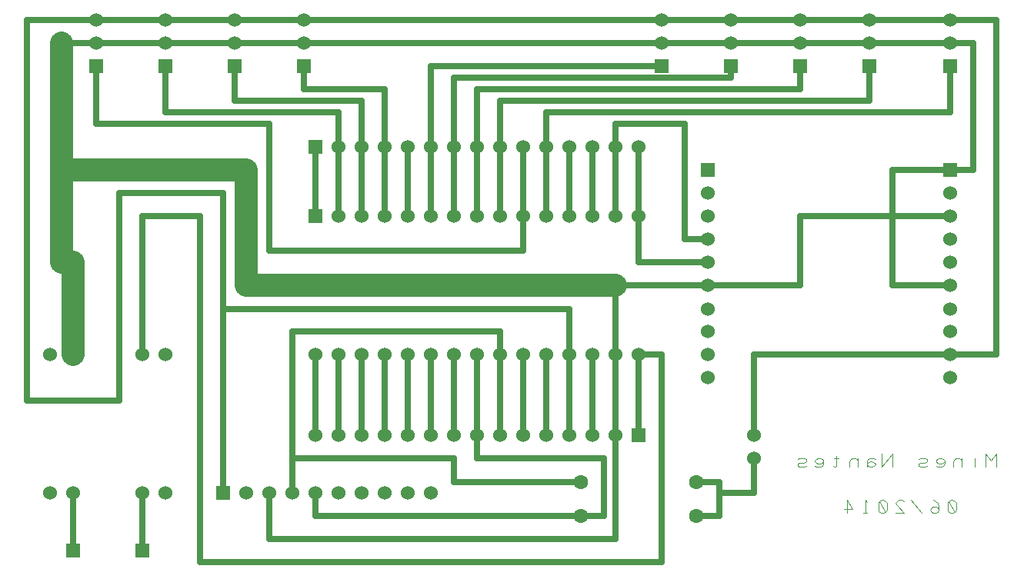
<source format=gbr>
%FSLAX23Y23*%
%MOIN*%
G04 EasyPC Gerber Version 17.0 Build 3379 *
%ADD14R,0.06000X0.06000*%
%ADD17R,0.06000X0.06000*%
%ADD10C,0.00100*%
%ADD18C,0.02500*%
%ADD15C,0.06000*%
%ADD16C,0.06299*%
%ADD19C,0.10000*%
X0Y0D02*
D02*
D10*
X4173Y371D02*
X4163Y367D01*
X4154*
X4145Y371*
X4140Y381*
Y409*
X4145Y418*
X4154Y423*
X4163*
X4173Y418*
X4178Y409*
Y381*
X4173Y371*
X4145Y418*
X4103Y381D02*
X4098Y390D01*
X4088Y395*
X4079*
X4070Y390*
X4065Y381*
X4070Y371*
X4079Y367*
X4088*
X4098Y371*
X4103Y381*
Y395*
X4098Y409*
X4088Y418*
X4079Y423*
X4028Y367D02*
X3981Y423D01*
X3915Y367D02*
X3953D01*
X3920Y399*
X3915Y409*
X3920Y418*
X3929Y423*
X3943*
X3953Y418*
X3873Y371D02*
X3863Y367D01*
X3854*
X3845Y371*
X3840Y381*
Y409*
X3845Y418*
X3854Y423*
X3863*
X3873Y418*
X3878Y409*
Y381*
X3873Y371*
X3845Y418*
X3793Y367D02*
X3774D01*
X3784D02*
Y423D01*
X3793Y413*
X3704Y367D02*
Y423D01*
X3728Y385*
X3690*
X4353Y567D02*
Y623D01*
X4329Y595*
X4306Y623*
Y567*
X4259D02*
Y604D01*
Y618D02*
X4203Y567*
Y604D01*
Y590D02*
X4198Y599D01*
X4188Y604*
X4179*
X4170Y599*
X4165Y590*
Y567*
X4090Y571D02*
X4095Y567D01*
X4104*
X4113*
X4123Y571*
X4128Y581*
Y595*
X4123Y599*
X4113Y604*
X4104*
X4095Y599*
X4090Y595*
Y590*
X4095Y585*
X4104Y581*
X4113*
X4123Y585*
X4128Y590*
X4053Y571D02*
X4043Y567D01*
X4024*
X4015Y571*
Y581*
X4024Y585*
X4043*
X4053Y590*
Y599*
X4043Y604*
X4024*
X4015Y599*
X3903Y567D02*
Y623D01*
X3856Y567*
Y623*
X3828Y599D02*
X3818Y604D01*
X3804*
X3795Y599*
X3790Y590*
Y576*
X3795Y571*
X3804Y567*
X3813*
X3823Y571*
X3828Y576*
Y581*
X3823Y585*
X3813Y590*
X3804*
X3795Y585*
X3790Y581*
Y576D02*
Y567D01*
X3753D02*
Y604D01*
Y590D02*
X3748Y599D01*
X3738Y604*
X3729*
X3720Y599*
X3715Y590*
Y567*
X3668Y604D02*
X3649D01*
X3659Y613D02*
Y571D01*
X3654Y567*
X3649*
X3645Y571*
X3565D02*
X3570Y567D01*
X3579*
X3588*
X3598Y571*
X3603Y581*
Y595*
X3598Y599*
X3588Y604*
X3579*
X3570Y599*
X3565Y595*
Y590*
X3570Y585*
X3579Y581*
X3588*
X3598Y585*
X3603Y590*
X3528Y571D02*
X3518Y567D01*
X3499*
X3490Y571*
Y581*
X3499Y585*
X3518*
X3528Y590*
Y599*
X3518Y604*
X3499*
X3490Y599*
D02*
D14*
X453Y2303D03*
X753D03*
X1002Y453D03*
X1053Y2303D03*
X1353D03*
X1403Y1653D03*
Y1953D03*
X2803Y703D03*
X2903Y2303D03*
X3103Y1853D03*
X3203Y2303D03*
X3503D03*
X3803D03*
X4153Y1853D03*
Y2303D03*
D02*
D15*
X253Y453D03*
Y1053D03*
X353Y453D03*
Y1053D03*
X453Y2403D03*
Y2503D03*
X653Y453D03*
Y1053D03*
X753Y453D03*
Y1053D03*
Y2403D03*
Y2503D03*
X1053Y2403D03*
Y2503D03*
X1103Y453D03*
X1202D03*
X1303D03*
X1353Y2403D03*
Y2503D03*
X1403Y453D03*
Y703D03*
Y1053D03*
X1503Y453D03*
Y703D03*
Y1053D03*
Y1653D03*
Y1953D03*
X1603Y453D03*
Y703D03*
Y1053D03*
Y1653D03*
Y1953D03*
X1703Y453D03*
Y703D03*
Y1053D03*
Y1653D03*
Y1953D03*
X1803Y453D03*
Y703D03*
Y1053D03*
Y1653D03*
Y1953D03*
X1903Y453D03*
Y703D03*
Y1053D03*
Y1653D03*
Y1953D03*
X2003Y703D03*
Y1053D03*
Y1653D03*
Y1953D03*
X2103Y703D03*
Y1053D03*
Y1653D03*
Y1953D03*
X2203Y703D03*
Y1053D03*
Y1653D03*
Y1953D03*
X2303Y703D03*
Y1053D03*
Y1653D03*
Y1953D03*
X2403Y703D03*
Y1053D03*
Y1653D03*
Y1953D03*
X2503Y703D03*
Y1053D03*
Y1653D03*
Y1953D03*
X2603Y703D03*
Y1053D03*
Y1653D03*
Y1953D03*
X2703Y703D03*
Y1053D03*
Y1653D03*
Y1953D03*
X2803Y1053D03*
Y1653D03*
Y1953D03*
X2903Y2403D03*
Y2503D03*
X3103Y953D03*
Y1053D03*
Y1153D03*
Y1252D03*
Y1353D03*
Y1453D03*
Y1553D03*
Y1653D03*
Y1753D03*
X3203Y2403D03*
Y2503D03*
X3303Y603D03*
Y703D03*
X3503Y2403D03*
Y2503D03*
X3803Y2403D03*
Y2503D03*
X4153Y953D03*
Y1053D03*
Y1153D03*
Y1252D03*
Y1353D03*
Y1453D03*
Y1553D03*
Y1653D03*
Y1753D03*
Y2403D03*
Y2503D03*
D02*
D16*
X2553Y353D03*
Y502D03*
X3053Y353D03*
Y502D03*
D02*
D17*
X353Y203D03*
X653D03*
D02*
D18*
X303Y2403D02*
X453D01*
X353Y453D02*
Y203D01*
X453Y2303D02*
Y2053D01*
X1202*
Y1503*
X2303*
Y1653*
X453Y2503D02*
X153D01*
Y853*
X553*
Y1753*
X1002*
Y1252*
X453Y2503D02*
X753D01*
X653Y453D02*
Y203D01*
Y1053D02*
Y1653D01*
X903*
Y153*
X2903*
Y1053*
X2803*
X753Y2403D02*
X453D01*
X753Y2503D02*
X1053D01*
X1002Y453D02*
Y1252D01*
X2503*
Y1053*
X1053Y2303D02*
Y2153D01*
X1603*
Y1953*
X1053Y2403D02*
X753D01*
X1053D02*
X1353D01*
X1202Y453D02*
Y253D01*
X2703*
Y703*
X1303Y603D02*
Y1153D01*
X2203*
Y1053*
X1303Y603D02*
Y453D01*
X1353Y2303D02*
Y2203D01*
X1703*
Y1953*
X1353Y2403D02*
X2903D01*
X1353Y2503D02*
X2903D01*
X1353D02*
X1053D01*
X1403Y453D02*
Y353D01*
X2553*
X1403Y1053D02*
Y703D01*
Y1953D02*
Y1653D01*
X1503Y1053D02*
Y703D01*
Y1953D02*
Y2103D01*
X753*
Y2303*
X1503Y1953D02*
Y1653D01*
X1603Y1053D02*
Y703D01*
Y1953D02*
Y1653D01*
X1703Y1053D02*
Y703D01*
Y1953D02*
Y1653D01*
X1803Y1053D02*
Y703D01*
Y1953D02*
Y1653D01*
X1903Y1053D02*
Y703D01*
Y1953D02*
Y1653D01*
X2003Y1053D02*
Y703D01*
Y1953D02*
Y1653D01*
X2103Y1053D02*
Y703D01*
Y1953D02*
Y1653D01*
X2203Y1053D02*
Y703D01*
Y1953D02*
Y1653D01*
X2303Y1053D02*
Y703D01*
Y1953D02*
Y1653D01*
X2403Y1053D02*
Y703D01*
Y1953D02*
Y1653D01*
X2503Y1053D02*
Y703D01*
Y1953D02*
Y1653D01*
X2553Y353D02*
X2653D01*
Y603*
X2103*
Y703*
X2553Y502D02*
X2003D01*
Y603*
X1303*
X2603Y1053D02*
Y703D01*
Y1953D02*
Y1653D01*
X2703Y1053D02*
Y1353D01*
Y1053D02*
Y703D01*
Y1353D02*
X3103D01*
X2703Y1953D02*
Y2053D01*
X3003*
Y1553*
X3103*
X2703Y1953D02*
Y1653D01*
X2803Y1053D02*
Y703D01*
Y1953D02*
Y1653D01*
X2903Y2303D02*
X1903D01*
Y1953*
X2903Y2503D02*
X3203D01*
X2903D02*
X4353D01*
Y1053*
X4153*
X3053Y353D02*
X3153D01*
Y453*
X3203*
X3103Y1453D02*
X2803D01*
Y1953*
X3203Y453D02*
X3303D01*
Y603*
X3203Y453D02*
X3153D01*
Y502*
X3053*
X3203Y2303D02*
Y2253D01*
X2003*
Y1953*
X3203Y2403D02*
X2903D01*
X3203Y2503D02*
X3503D01*
X3303Y703D02*
Y1053D01*
X4153*
X3503Y2303D02*
Y2203D01*
X2103*
Y1953*
X3503Y2403D02*
X3203D01*
X3803Y2303D02*
Y2153D01*
X2203*
Y1953*
X3803Y2403D02*
X3503D01*
X3803Y2503D02*
X3503D01*
X3903Y1653D02*
X4153D01*
X3903D02*
X3503D01*
Y1353*
X3103*
X4153D02*
X3903D01*
Y1653*
X4153Y1853D02*
X3903D01*
Y1653*
X4153Y2303D02*
Y2103D01*
X2403*
Y1953*
X4153Y2403D02*
X3803D01*
X4153D02*
X4253D01*
Y1853*
X4153*
Y2503D02*
X3803D01*
D02*
D19*
X303Y1853D02*
Y2403D01*
Y1853D02*
X1103D01*
Y1353*
X2703*
X353Y1053D02*
Y1453D01*
X303*
Y1853*
X0Y0D02*
M02*

</source>
